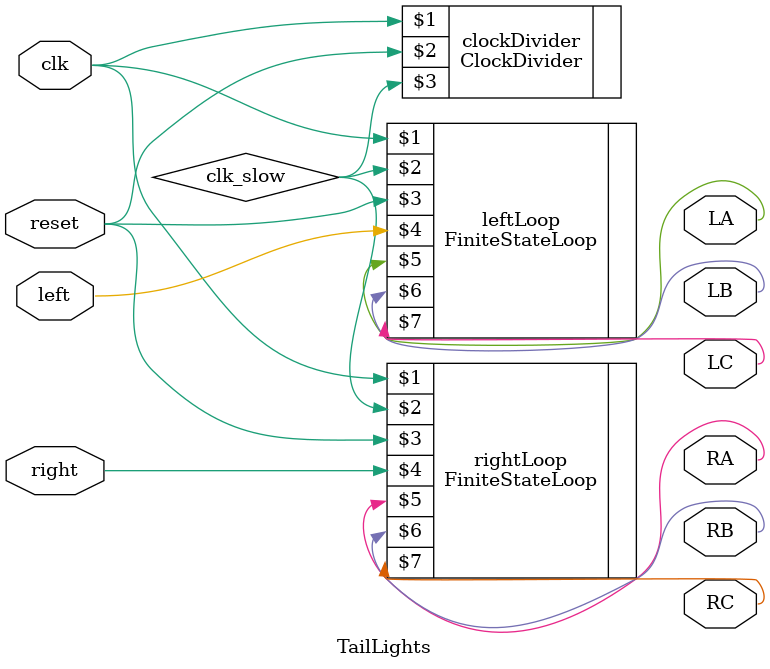
<source format=v>
module TailLights(
    input clk, reset, left, right,
    output LA, LB, LC, RA, RB, RC
    );
    
    wire clk_slow;
    
    ClockDivider #(24) clockDivider (clk, reset, clk_slow);
    
    FiniteStateLoop leftLoop (clk, clk_slow, reset, left, LA, LB, LC);
    FiniteStateLoop rightLoop (clk, clk_slow, reset, right, RA, RB, RC);
        
endmodule
</source>
